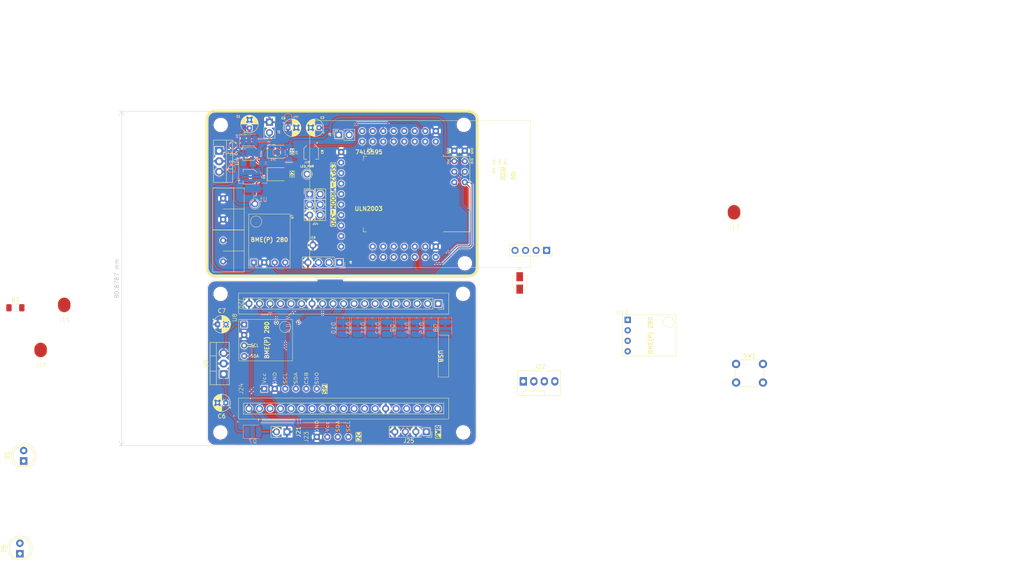
<source format=kicad_pcb>
(kicad_pcb (version 20240108) (generator "pcbnew") (generator_version "8.0")
  (layers (0 "F.Cu" signal) (31 "B.Cu" signal) (34 "B.Paste" user) (35 "F.Paste" user) (36 "B.SilkS" user "B.Silkscreen") (37 "F.SilkS" user "F.Silkscreen") (38 "B.Mask" user) (39 "F.Mask" user) (44 "Edge.Cuts" user))
  (net 0 "")
  (net 1 "GND")
  (net 2 "+3V3")
  (net 3 "+5V")
  (net 4 "/RXD")
  (net 5 "/TXD")
  (net 6 "/SDA")
  (net 7 "/GPIO_33")
  (net 8 "/SCL")
  (net 9 "/OUT3")
  (net 10 "/EN")
  (net 11 "/SOURCE2")
  (net 12 "/SOURCE1")
  (net 13 "/SOURCE3")
  (net 14 "/VDC")
  (net 15 "/DAC1")
  (net 16 "/DAC2")
  (net 17 "/GPIO39")
  (net 18 "/GPIO19")
  (net 19 "/GPIO17")
  (net 20 "/GPIO5")
  (net 21 "/GPIO18")
  (net 22 "/SD_DATA0")
  (net 23 "/ADC2_CH3")
  (net 24 "/SD_DATA3")
  (net 25 "/SD_CMD")
  (net 26 "/SD_CLK")
  (net 27 "/SD_DATA2")
  (net 28 "/SD_DATA1")
  (net 29 "/ADC2_CH0")
  (net 30 "/GPIO23")
  (net 31 "/GPIO36")
  (net 32 "/ADC2_CH2")
  (net 33 "/BOOT")
  (net 34 "/GPIO13")
  (net 35 "/SOURCE4")
  (net 36 "/SOURCE5")
  (net 37 "/SIPO_DATA")
  (net 38 "/SIPO_CLK")
  (net 39 "/SIPO_LATCH")
  (net 40 "/GPIO14")
  (net 41 "/OUT1")
  (net 42 "/VIN")
  (net 45 "Net-(D5-Pad1)")
  (net 46 "Net-(J15-Pin_1)")
  (net 47 "Net-(J19-Pin_1)")
  (net 48 "/OUT2")
  (net 60 "/RX")
  (net 65 "/TX")
  (net 76 "/SCL-2")
  (net 77 "/SDA-2")
  (net 80 "/12V")
  (net 82 "/QB-2")
  (net 83 "/QC-2")
  (net 84 "/QE-2")
  (net 85 "/QA-2")
  (net 86 "/QD-2")
  (net 87 "/QG-2")
  (net 88 "/QH-2")
  (net 89 "/QF-2")
  (net 90 "/SPI-SDO")
  (net 91 "/SPI-CSB")
  (net 92 "/SPI-SCL")
  (net 93 "/SPI-SDA")
  (net 94 "/D23")
  (net 95 "/D18")
  (footprint "Capacitor_THT:CP_Radial_D4.0mm_P2.00mm" (layer "F.Cu") (at 107 44.2 180)
    (property "Reference" "C2")
    (property "Value" "1uF")
  )
  (footprint "LED_SMD:LED_1210_3225Metric_Pad1.42x2.65mm_HandSolder" (layer "F.Cu") (at 97 55.45)
    (property "Reference" "D2")
    (property "Value" "STATUS")
  )
  (footprint "Capacitor_SMD:CP_Elec_3x5.3" (layer "F.Cu") (at 90.3 50.35 180)
    (property "Reference" "C4")
    (property "Value" "0.1uF")
  )
  (footprint "Resistor_SMD:R_1206_3216Metric_Pad1.30x1.75mm_HandSolder" (layer "F.Cu") (at 33.612 87.7585)
    (property "Reference" "R7")
    (property "Value" "4K7")
  )
  (footprint "LED_THT:LED_D5.0mm" (layer "F.Cu") (at 34.7 147.25 90)
    (property "Reference" "D6")
    (property "Value" "LED_STATUS")
  )
  (footprint "Button_Switch_THT:SW_PUSH_6mm" (layer "F.Cu") (at 207.8 101.35)
    (property "Reference" "SW1")
    (property "Value" "SW_Push")
  )
  (footprint "Connector:FanPinHeader_1x04_P2.54mm_Vertical" (layer "F.Cu") (at 156.38 105.55)
    (property "Reference" "J22")
    (property "Value" "Conn_01x04_Pin")
  )
  (footprint "Alexander Footprint Library:Pad_1x01_P2.54_SMD" (layer "F.Cu") (at 39.712 102.098)
    (property "Reference" "J19")
    (property "Value" "LED_PWR")
  )
  (footprint "Alexanddr Footprints Library:ESP32-WROOM-Adapter-Socket-2" (layer "F.Cu") (at 127.6 60.25 -90)
    (property "Reference" "J1")
    (property "Value" "~")
  )
  (footprint "Alexander Footprint Library:Pad_1x01_P2.54_SMD" (layer "F.Cu") (at 45.412 91.198)
    (property "Reference" "J15")
    (property "Value" "LED_PWR")
  )
  (footprint "MountingHole:MountingHole_3mm" (layer "F.Cu") (at 142 43.5)
    (property "Reference" "H1" (hide yes))
    (property "Value" "MountingHole_Pad")
  )
  (footprint "Connector_PinSocket_2.54mm:PinSocket_1x02_P2.54mm_Vertical" (layer "F.Cu") (at 99.25 117.775 -90)
    (property "Reference" "J21")
    (property "Value" "PWR")
  )
  (footprint "MountingHole:MountingHole_3mm" (layer "F.Cu") (at 83.25 43.53)
    (property "Reference" "H2" (hide yes))
    (property "Value" "MountingHole_Pad")
  )
  (footprint "Alexander Footprints Library:Conn_Terminal_5mm" (layer "F.Cu") (at 83.82 53.69)
    (property "Reference" "J9" (hide yes))
    (property "Value" "Conn_01x02_Socket")
  )
  (footprint "Alexander Footprint Library:Pad_1x01_P2.54_SMD" (layer "F.Cu") (at 207.3 68.7895)
    (property "Reference" "J17")
    (property "Value" "GND")
  )
  (footprint "MountingHole:MountingHole_3mm" (layer "F.Cu") (at 141.85 117.9)
    (property "Reference" "H4" (hide yes))
    (property "Value" "MountingHole_Pad")
  )
  (footprint "Capacitor_THT:CP_Radial_D4.0mm_P2.00mm" (layer "F.Cu") (at 82.5 91.75)
    (property "Reference" "C7")
    (property "Value" "1uF")
  )
  (footprint "Connector_PinSocket_2.54mm:PinSocket_1x04_P2.54mm_Vertical" (layer "F.Cu") (at 132.94 117.75 -90)
    (property "Reference" "J25")
    (property "Value" "PWR_SATA_Conn_01x04")
  )
  (footprint "Capacitor_SMD:CP_Elec_3x5.3" (layer "F.Cu") (at 90.4 56.05 180)
    (property "Reference" "C9")
    (property "Value" "0.1uF")
  )
  (footprint "Alexander Footprint Library:PinSocket_1x01_P2.54" (layer "F.Cu") (at 91.5 65.19)
    (property "Reference" "J7")
    (property "Value" "LED_PWR")
  )
  (footprint "Alexander Footprint Library:Conn_SPI" (layer "F.Cu") (at 88.68 107.35 90)
    (property "Reference" "J24")
    (property "Value" "~")
  )
  (footprint "Connector_PinSocket_2.54mm:PinSocket_1x02_P2.54mm_Vertical" (layer "F.Cu") (at 95.025 42.85)
    (property "Reference" "J2")
    (property "Value" "PWR")
  )
  (footprint "Connector_PinSocket_2.54mm:PinSocket_1x04_P2.54mm_Vertical" (layer "F.Cu") (at 111.94 76.8 -90)
    (property "Reference" "J6")
    (property "Value" "SOURCE")
  )
  (footprint "MountingHole:MountingHole_3mm" (layer "F.Cu") (at 83.15 117.9)
    (property "Reference" "H4" (hide yes))
    (property "Value" "MountingHole_Pad")
  )
  (footprint "Connector_PinSocket_2.54mm:PinSocket_1x04_P2.54mm_Vertical" (layer "F.Cu") (at 162 73.875 -90)
    (property "Reference" "J10" (hide yes))
    (property "Value" "ADC")
  )
  (footprint "Capacitor_SMD:CP_Elec_3x5.3" (layer "F.Cu") (at 155.5 81.75 90)
    (property "Reference" "C5")
    (property "Value" "0.1uF")
  )
  (footprint "MountingHole:MountingHole_3mm" (layer "F.Cu") (at 141.8 84.4)
    (property "Reference" "H4" (hide yes))
    (property "Value" "MountingHole_Pad")
  )
  (footprint "Capacitor_THT:CP_Radial_D4.0mm_P2.00mm" (layer "F.Cu") (at 99.5 44.2)
    (property "Reference" "C3")
    (property "Value" "1uF")
  )
  (footprint "Alexander Footprint Library:Conn_ESP32_WROOM-DevKit-38pins" (layer "F.Cu") (at 87.54 86.75 -90)
    (property "Reference" "J20")
    (property "Value" "~")
  )
  (footprint "Capacitor_SMD:CP_Elec_3x5.3" (layer "F.Cu") (at 105.1 50.05 -90)
    (property "Reference" "C8")
    (property "Value" "10uF")
  )
  (footprint "Alexander Footprint Library:LD1117" (layer "F.Cu") (at 83.945 103.79 90)
    (property "Reference" "U9")
    (property "Value" "L7805")
  )
  (footprint "Alexander Footprint Library:PinSocket_1x01_P2.54" (layer "F.Cu") (at 104.1 57.99)
    (property "Reference" "J18")
    (property "Value" "LED_PWR")
  )
  (footprint "Alexander Footprint Library:Conn_I2C" (layer "F.Cu") (at 98.84 119 90)
    (property "Reference" "J23")
    (property "Value" "I2C")
  )
  (footprint "Capacitor_THT:CP_Radial_D4.0mm_P2.00mm" (layer "F.Cu") (at 84.4726 110.75 180)
    (property "Reference" "C6")
    (property "Value" "1uF")
  )
  (footprint "Alexander Footprint Library:BME280_BMP280_I2C" (layer "F.Cu") (at 180.3 89.45)
    (property "Reference" "U10")
    (property "Value" "BME(P)280")
  )
  (footprint "MountingHole:MountingHole_3mm" (layer "F.Cu") (at 83.2 84.4)
    (property "Reference" "H4" (hide yes))
    (property "Value" "MountingHole_Pad")
  )
  (footprint "Connector_PinSocket_2.54mm:PinSocket_1x02_P2.54mm_Vertical" (layer "F.Cu") (at 111.75 45.925 90)
    (property "Reference" "J5")
    (property "Value" "DAC")
  )
  (footprint "Alexander Footprint Library:CONN_2x3" (layer "F.Cu") (at 104.74 55.17)
    (property "Reference" "J14")
    (property "Value" "GPIO")
  )
  (footprint "Alexander Footprints Library:Conn_UART" (layer "F.Cu") (at 139.7 42.15)
    (property "Reference" "J3" (hide yes))
    (property "Value" "UART")
  )
  (footprint "Alexander Footprint Library:PinSocket_1x01_P2.54" (layer "F.Cu") (at 105.5 75.19)
    (property "Reference" "J16")
    (property "Value" "GND")
  )
  (footprint "Capacitor_THT:CP_Radial_D4.0mm_P2.00mm" (layer "F.Cu") (at 90.2 44.3 90)
    (property "Reference" "C1")
    (property "Value" "1uF")
  )
  (footprint "Alexander Footprint Library:BME280_BMP280_I2C" (layer "F.Cu") (at 90 78.1 90)
    (property "Reference" "U7")
    (property "Value" "BME(P)280")
  )
  (footprint "Alexander Footprint Library:LD1117" (layer "F.Cu") (at 82.855 49.77 -90)
    (property "Reference" "U4")
    (property "Value" "L7805")
  )
  (footprint "Alexander Footprints Library:Conn_I2C" (layer "F.Cu") (at 142.24 42.15)
    (property "Reference" "J4" (hide yes))
    (property "Value" "I2C")
  )
  (footprint "LED_THT:LED_D5.0mm" (layer "F.Cu") (at 35.612 124.8335 90)
    (property "Reference" "D5")
    (property "Value" "LED_PWR")
  )
  (footprint "Alexander Footprint Library:BME280_BMP280_I2C" (layer "F.Cu") (at 87.6 90.59)
    (property "Reference" "U8")
    (property "Value" "BME(P)280")
  )
  (footprint "LED_SMD:LED_1210_3225Metric_Pad1.42x2.65mm_HandSolder" (layer "F.Cu") (at 97 50)
    (property "Reference" "D1")
    (property "Value" "PWR")
  )
  (footprint "MountingHole:MountingHole_3mm" (layer "F.Cu") (at 142.25 77)
    (property "Reference" "H4" (hide yes))
    (property "Value" "MountingHole_Pad")
  )
  (footprint "Alexander Footprints Library:Conn_Terminal_5mm" (layer "F.Cu") (at 83.82 63.85)
    (property "Reference" "J8" (hide yes))
    (property "Value" "Conn_01x02_Socket")
  )
  (footprint "TestPoint:TestPoint_Pad_D1.5mm" (layer "B.Cu") (at 99.5 41.75 180)
    (property "Reference" "TP4")
    (property "Value" "5V")
  )
  (footprint "LED_SMD:LED_1210_3225Metric_Pad1.42x2.65mm_HandSolder" (layer "B.Cu") (at 127.1 92.65 -90)
    (property "Reference" "D9")
    (property "Value" "PWR")
  )
  (footprint "TestPoint:TestPoint_Pad_D1.5mm" (layer "B.Cu") (at 96.8 50.15 180)
    (property "Reference" "TP3")
    (property "Value" "3V3")
  )
  (footprint "LED_SMD:LED_1210_3225Metric_Pad1.42x2.65mm_HandSolder" (layer "B.Cu") (at 119.9 92.65 -90)
    (property "Reference" "D11")
    (property "Value" "PWR")
  )
  (footprint "Diode_SMD:D_1210_3225Metric" (layer "B.Cu") (at 91 117.75)
    (property "Reference" "D7")
    (property "Value" "D")
  )
  (footprint "LED_SMD:LED_1210_3225Metric_Pad1.42x2.65mm_HandSolder" (layer "B.Cu") (at 134.1 92.65 -90)
    (property "Reference" "D15")
    (property "Value" "PWR")
  )
  (footprint "Resistor_SMD:R_1206_3216Metric_Pad1.30x1.75mm_HandSolder" (layer "B.Cu") (at 99.7 50.25 -90)
    (property "Reference" "R1")
    (property "Value" "10K")
  )
  (footprint "Diode_SMD:D_1210_3225Metric" (layer "B.Cu") (at 90.1 47.4)
    (property "Reference" "D4")
    (property "Value" "D")
  )
  (footprint "LED_SMD:LED_1210_3225Metric_Pad1.42x2.65mm_HandSolder" (layer "B.Cu") (at 130.6 92.65 -90)
    (property "Reference" "D14")
    (property "Value" "PWR")
  )
  (footprint "TestPoint:TestPoint_Pad_D1.5mm" (layer "B.Cu") (at 86.2 48.45 180)
    (property "Reference" "TP1")
    (property "Value" "VIN")
  )
  (footprint "LED_SMD:LED_1210_3225Metric_Pad1.42x2.65mm_HandSolder" (layer "B.Cu") (at 123.5 92.65 -90)
    (property "Reference" "D12")
    (property "Value" "PWR")
  )
  (footprint "TestPoint:TestPoint_Pad_D1.5mm" (layer "B.Cu") (at 85.9 54.15 180)
    (property "Reference" "TP2")
    (property "Value" "GND")
  )
  (footprint "LED_SMD:LED_1210_3225Metric_Pad1.42x2.65mm_HandSolder" (layer "B.Cu") (at 116.4 92.65 -90)
    (property "Reference" "D13")
    (property "Value" "PWR")
  )
  (footprint "LED_SMD:LED_1210_3225Metric_Pad1.42x2.65mm_HandSolder" (layer "B.Cu") (at 112.8 92.65 -90)
    (property "Reference" "D10")
    (property "Value" "PWR")
  )
  (footprint "Package_TO_SOT_SMD:SOT-223-3_TabPin2" (layer "B.Cu") (at 91 55.75 -90)
    (property "Reference" "U1")
    (property "Value" "MAX1726EUK33")
  )
  (footprint "LED_SMD:LED_1210_3225Metric_Pad1.42x2.65mm_HandSolder" (layer "B.Cu") (at 137.5 92.65 -90)
    (property "Reference" "D8")
    (property "Value" "PWR")
  )
  (gr_line (start 145.25 42.11421) (end 145.25 78.085782) (stroke (width 0.75)) (layer "F.SilkS"))
  (gr_line (start 81.914218 40.164218) (end 143.08579 40.164218) (stroke (width 0.75)) (layer "F.SilkS"))
  (gr_arc (start 145.25 78.085782) (mid 144.66422 79.500007) (end 143.25 80.085782) (stroke (width 0.75)) (layer "F.SilkS"))
  (gr_line (start 79.914218 42.11421) (end 79.914218 78.085782) (stroke (width 0.75)) (layer "F.SilkS"))
  (gr_arc (start 81.914218 80.085782) (mid 80.499999 79.500001) (end 79.914218 78.085782) (stroke (width 0.75)) (layer "F.SilkS"))
  (gr_arc (start 143.25 40.25) (mid 144.664214 40.835786) (end 145.25 42.25) (stroke (width 0.75)) (layer "F.SilkS"))
  (gr_arc (start 79.914218 42.164218) (mid 80.499999 40.749999) (end 81.914218 40.164218) (stroke (width 0.75)) (layer "F.SilkS"))
  (gr_line (start 81.914214 80.085782) (end 143.085786 80.085782) (stroke (width 0.75)) (layer "F.SilkS"))
  (gr_line (start 82.014214 80.235786) (end 106.4 80.25) (stroke (width 0.1)) (layer "Edge.Cuts"))
  (gr_line (start 80 42.25) (end 80.014214 78.235786) (stroke (width 0.1)) (layer "Edge.Cuts"))
  (gr_arc (start 79.921321 83.157107) (mid 80.507106 81.742896) (end 81.921321 81.157107) (stroke (width 0.1)) (layer "Edge.Cuts"))
  (gr_line (start 81.921321 121.128679) (end 143.107107 121.142893) (stroke (width 0.1)) (layer "Edge.Cuts"))
  (gr_arc (start 81.921321 121.128679) (mid 80.507101 120.542899) (end 79.921321 119.128679) (stroke (width 0.1)) (layer "Edge.Cuts"))
  (gr_line (start 143.092893 81.157107) (end 113 81.15) (stroke (width 0.1)) (layer "Edge.Cuts"))
  (gr_arc (start 145.107107 119.142893) (mid 144.521321 120.557107) (end 143.107107 121.142893) (stroke (width 0.1)) (layer "Edge.Cuts"))
  (gr_line (start 106.4 81.15) (end 81.921321 81.157107) (stroke (width 0.1)) (layer "Edge.Cuts"))
  (gr_arc (start 143.185786 40.264214) (mid 144.600004 40.849996) (end 145.185786 42.264214) (stroke (width 0.1)) (layer "Edge.Cuts"))
  (gr_line (start 113 80.25) (end 143.185786 80.235786) (stroke (width 0.1)) (layer "Edge.Cuts"))
  (gr_arc (start 82.014214 80.235786) (mid 80.599996 79.650004) (end 80.014214 78.235786) (stroke (width 0.1)) (layer "Edge.Cuts"))
  (gr_line (start 145.185786 42.264214) (end 145.185786 78.235786) (stroke (width 0.1)) (layer "Edge.Cuts"))
  (gr_arc (start 80 42.25) (mid 80.585786 40.835786) (end 82 40.25) (stroke (width 0.1)) (layer "Edge.Cuts"))
  (gr_line (start 145.107107 119.142893) (end 145.092893 83.157107) (stroke (width 0.1)) (layer "Edge.Cuts"))
  (gr_line (start 79.921321 119.128679) (end 79.921321 83.157107) (stroke (width 0.1)) (layer "Edge.Cuts"))
  (gr_line (start 106.4 81.15) (end 106.4 80.25) (stroke (width 0.1)) (layer "Edge.Cuts"))
  (gr_arc (start 145.185786 78.235786) (mid 144.600004 79.650004) (end 143.185786 80.235786) (stroke (width 0.1)) (layer "Edge.Cuts"))
  (gr_arc (start 143.092893 81.157107) (mid 144.507112 81.742888) (end 145.092893 83.157107) (stroke (width 0.1)) (layer "Edge.Cuts"))
  (gr_line (start 113 81.15) (end 113 80.25) (stroke (width 0.1)) (layer "Edge.Cuts"))
  (gr_line (start 143.185786 40.264214) (end 82 40.25) (stroke (width 0.1)) (layer "Edge.Cuts"))
  (gr_text "SCL" (at 90.4 96.85 0) (layer "F.SilkS") (effects (font (size 0.7 0.7) (thickness 0.125) (bold yes)) (justify left)))
  (gr_text "SDA" (at 90.4 99.45 0) (layer "F.SilkS") (effects (font (size 0.7 0.7) (thickness 0.125) (bold yes)) (justify left)))
  (gr_text "PWR" (at 136.4 119.55 90) (layer "F.SilkS" knockout) (effects (font (size 1 1) (thickness 0.25) (bold yes)) (justify left bottom)))
  (gr_text "74LS595" (at 119.057143 50.1 0) (layer "F.SilkS") (effects (font (size 1 1) (thickness 0.2) (bold yes))))
  (gr_text "ULN2003" (at 115.5 64.374 0) (layer "F.SilkS") (effects (font (size 1 1) (thickness 0.2) (bold yes)) (justify left bottom)))
  (dimension (type aligned) (layer "Edge.Cuts") (pts (xy 81.921321 121.128679) (xy 82 40.25)) (height -22.6907) (gr_text "80.8787 mm" (at 58.119973 80.666146 89.94426182) (layer "Edge.Cuts") (effects (font (size 1 1) (thickness 0.15)))) (format (prefix "") (suffix "") (units 3) (units_format 1) (precision 4)) (style (thickness 0.1) (arrow_length 1.27) (text_position_mode 0) (extension_height 0.58642) (extension_offset 0.5) keep_text_aligned))
  (segment (start 84.21 66) (end 83.82 66.39) (width 0.5) (layer "F.Cu") (net 1))
  (segment (start 95.5 54.8625) (end 95.5125 54.85) (width 0.25) (layer "F.Cu") (net 1))
  (segment (start 95.5 55.4625) (end 95.5125 55.45) (width 0.25) (layer "F.Cu") (net 1))
  (segment (start 91.5 59.65) (end 91.9 59.25) (width 0.5) (layer "F.Cu") (net 2))
  (segment (start 90.08 108.57) (end 90.08 112.15) (width 0.5) (layer "F.Cu") (net 2))
  (segment (start 91.3 107.35) (end 90.08 108.57) (width 0.5) (layer "F.Cu") (net 2))
  (segment (start 91.9 59.25) (end 91.9 56.05) (width 0.5) (layer "F.Cu") (net 2))
  (segment (start 93.76 107.35) (end 91.3 107.35) (width 0.5) (layer "F.Cu") (net 2))
  (segment (start 91.5 62.62) (end 91.5 59.65) (width 0.5) (layer "F.Cu") (net 2))
  (segment (start 98.4875 50) (end 101.05 50) (width 0.5) (layer "F.Cu") (net 2))
  (segment (start 102.5 48.55) (end 105.1 48.55) (width 0.5) (layer "F.Cu") (net 2))
  (segment (start 101.05 50) (end 102.5 48.55) (width 0.5) (layer "F.Cu") (net 2))
  (segment (start 96.075 48.7) (end 97.525 48.7) (width 0.5) (layer "B.Cu") (net 2))
  (segment (start 109.408578 44.2) (end 107 44.2) (width 0.5) (layer "B.Cu") (net 2))
  (segment (start 93.21 115.25) (end 101 115.25) (width 0.5) (layer "B.Cu") (net 2))
  (segment (start 81.3 75.997918) (end 81.3 59.75104) (width 0.5) (layer "B.Cu") (net 2))
  (segment (start 93.3 54.905025) (end 93.3 52.6) (width 0.5) (layer "B.Cu") (net 2))
  (segment (start 100 48.7) (end 100 48.03033) (width 0.5) (layer "B.Cu") (net 2))
  (segment (start 139.13 52.31) (end 139.7 52.31) (width 0.5) (layer "B.Cu") (net 2))
  (segment (start 138.156949 51.906949) (end 138.03 51.78) (width 0.5) (layer "B.Cu") (net 2))
  (segment (start 109 117.5) (end 109 119) (width 0.5) (layer "B.Cu") (net 2))
  (segment (start 84.202081 78.9) (end 89.990883 78.9) (width 0.5) (layer "B.Cu") (net 2))
  (segment (start 109.75 45) (end 109.75 44.141421) (width 0.5) (layer "B.Cu") (net 2))
  (segment (start 109.75 43.858578) (end 109.75 44.141421) (width 0.5) (layer "B.Cu") (net 2))
  (segment (start 104.722182 46.75) (end 106.277817 46.75) (width 0.5) (layer "B.Cu") (net 2))
  (segment (start 139.7 52.31) (end 142.24 52.31) (width 0.5) (layer "B.Cu") (net 2))
  (segment (start 137.5 50.500466) (end 137.5 43.883883) (width 0.5) (layer "B.Cu") (net 2))
  (segment (start 88.207106 62.75) (end 91.5 62.75) (width 0.5) (layer "B.Cu") (net 2))
  (segment (start 86.5 61.042893) (end 86.5 57.5) (width 0.5) (layer "B.Cu") (net 2))
  (segment (start 106.277817 46.75) (end 108 46.75) (width 0.5) (layer "B.Cu") (net 2))
  (segment (start 101 115.25) (end 102.5 116.75) (width 0.5) (layer "B.Cu") (net 2))
  (segment (start 91.22 77.670883) (end 91.22 76.8) (width 0.5) (layer "B.Cu") (net 2))
  (segment (start 89.455634 56.1) (end 92.105025 56.1) (width 0.5) (layer "B.Cu") (net 2))
  (segment (start 96.075 48.7) (end 95.177817 48.7) (width 0.5) (layer "B.Cu") (net 2))
  (segment (start 90.11 112.15) (end 93.21 115.25) (width 0.5) (layer "B.Cu") (net 2))
  (segment (start 108.25 116.75) (end 109 117.5) (width 0.5) (layer "B.Cu") (net 2))
  (segment (start 104.722182 46.75) (end 101.28033 46.75) (width 0.5) (layer "B.Cu") (net 2))
  (segment (start 108 46.75) (end 109.75 45) (width 0.5) (layer "B.Cu") (net 2))
  (segment (start 96.8 49.425) (end 96.8 50.15) (width 0.25) (layer "B.Cu") (net 2))
  (segment (start 109.75 43.625) (end 109.75 43.858578) (width 0.5) (layer "B.Cu") (net 2))
  (segment (start 110.015165 42.984834) (end 110.5 42.5) (width 0.5) (layer "B.Cu") (net 2))
  (segment (start 93.3 52.6) (end 93.3 50.577817) (width 0.5) (layer "B.Cu") (net 2))
  (segment (start 82.75104 58.3) (end 84.144365 58.3) (width 0.5) (layer "B.Cu") (net 2))
  (segment (start 102.5 116.75) (end 108.25 116.75) (width 0.5) (layer "B.Cu") (net 2))
  (segment (start 112.31066 41.75) (end 135.366116 41.75) (width 0.5) (layer "B.Cu") (net 2))
  (segment (start 100 48.7) (end 97.525 48.7) (width 0.5) (layer "B.Cu") (net 2))
  (arc (start 136.875 42.375) (mid 137.337567 43.067281) (end 137.5 43.883883) (width 0.5) (layer "B.Cu") (net 2))
  (arc (start 137.5 50.500466) (mid 137.637742 51.192944) (end 138.03 51.78) (width 0.5) (layer "B.Cu") (net 2))
  (arc (start 93.3 54.905025) (mid 93.209037 55.362322) (end 92.95 55.75) (width 0.5) (layer "B.Cu") (net 2))
  (arc (start 86.8 57.2) (mid 85.581584 58.014119) (end 84.144365 58.3) (width 0.5) (layer "B.Cu") (net 2))
  (arc (start 89.455634 56.1) (mid 88.018415 56.38588) (end 86.8 57.2) (width 0.5) (layer "B.Cu") (net 2))
  (arc (start 86.5 61.042893) (mid 86.629945 61.696174) (end 87 62.25) (width 0.5) (layer "B.Cu") (net 2))
  (arc (start 82.75104 58.3) (mid 82.195751 58.410453) (end 81.725 58.725) (width 0.5) (layer "B.Cu") (net 2))
  (arc (start 92.95 55.75) (mid 92.562322 56.009037) (end 92.105025 56.1) (width 0.5) (layer "B.Cu") (net 2))
  (arc (start 95.177817 48.7) (mid 94.459207 48.84294) (end 93.85 49.25) (width 0.5) (layer "B.Cu") (net 2))
  (arc (start 96.8 49.425) (mid 96.587652 48.912347) (end 96.075 48.7) (width 0.25) (layer "B.Cu") (net 2))
  (arc (start 82.15 78.05) (mid 83.091502 78.679092) (end 84.202081 78.9) (width 0.5) (layer "B.Cu") (net 2))
  (arc (start 110.015165 42.984834) (mid 109.818914 43.278544) (end 109.75 43.625) (width 0.5) (layer "B.Cu") (net 2))
  (arc (start 109.75 44.141421) (mid 109.713838 44.087301) (end 109.65 44.1) (width 0.5) (layer "B.Cu") (net 2))
  (arc (start 136.875 42.375) (mid 136.182718 41.912432) (end 135.366116 41.75) (width 0.5) (layer "B.Cu") (net 2))
  (arc (start 93.85 49.25) (mid 93.44294 49.859207) (end 93.3 50.577817) (width 0.5) (layer "B.Cu") (net 2))
  (arc (start 90.86 78.54) (mid 90.461245 78.806439) (end 89.990883 78.9) (width 0.5) (layer "B.Cu") (net 2))
  (arc (start 109.65 44.1) (mid 109.539234 44.17401) (end 109.408578 44.2) (width 0.5) (layer "B.Cu") (net 2))
  (arc (start 87 62.25) (mid 87.553825 62.620054) (end 88.207106 62.75) (width 0.5) (layer "B.Cu") (net 2))
  (arc (start 81.725 58.725) (mid 81.410453 59.195751) (end 81.3 59.75104) (width 0.5) (layer "B.Cu") (net 2))
  (arc (start 138.156949 51.906949) (mid 138.603388 52.20525) (end 139.13 52.31) (width 0.5) (layer "B.Cu") (net 2))
  (arc (start 101.28033 46.75) (mid 100.790368 46.847459) (end 100.375 47.125) (width 0.5) (layer "B.Cu") (net 2))
  (arc (start 91.22 77.670883) (mid 91.126439 78.141245) (end 90.86 78.54) (width 0.5) (layer "B.Cu") (net 2))
  (arc (start 109.65 44.1) (mid 109.72401 43.989234) (end 109.75 43.858578) (width 0.5) (layer "B.Cu") (net 2))
  (arc (start 112.31066 41.75) (mid 111.330737 41.944918) (end 110.5 42.5) (width 0.5) (layer "B.Cu") (net 2))
  (arc (start 100.375 47.125) (mid 100.097459 47.540368) (end 100 48.03033) (width 0.5) (layer "B.Cu") (net 2))
  (arc (start 81.3 75.997918) (mid 81.520907 77.108496) (end 82.15 78.05) (width 0.5) (layer "B.Cu") (net 2))
  (segment (start 99.5 45.693413) (end 99.5 44.2) (width 0.5) (layer "F.Cu") (net 3))
  (segment (start 98.6375 46.9625) (end 99.2125 46.3875) (width 0.5) (layer "F.Cu") (net 3))
  (segment (start 83.945 98.71) (end 86.21 98.71) (width 0.5) (layer "F.Cu") (net 3))
  (segment (start 86.75 99.25) (end 86.75 100) (width 0.5) (layer "F.Cu") (net 3))
  (segment (start 127.86 116.39) (end 129 115.25) (width 0.5) (layer "F.Cu") (net 3))
  (segment (start 129 115.25) (end 135.25 115.25) (width 0.5) (layer "F.Cu") (net 3))
  (segment (start 135.81 114.69) (end 135.81 112.15) (width 0.5) (layer "F.Cu") (net 3))
  (segment (start 86.75 114.25) (end 87.75 115.25) (width 0.5) (layer "F.Cu") (net 3))
  (segment (start 86.75 100) (end 86.75 114.25) (width 0.5) (layer "F.Cu") (net 3))
  (segment (start 88.1 47.25) (end 97.943413 47.25) (width 0.5) (layer "F.Cu") (net 3))
  (segment (start 84.9 54.85) (end 85.4 54.35) (width 0.5) (layer "F.Cu") (net 3))
  (segment (start 85.4 54.35) (end 85.4 49.95) (width 0.5) (layer "F.Cu") (net 3))
  (segment (start 127.86 118.65) (end 127.86 116.39) (width 0.5) (layer "F.Cu") (net 3))
  (segment (start 86.21 98.71) (end 86.75 99.25) (width 0.5) (layer "F.Cu") (net 3))
  (segment (start 135.25 115.25) (end 135.81 114.69) (width 0.5) (layer "F.Cu") (net 3))
  (segment (start 82.855 54.85) (end 84.9 54.85) (width 0.5) (layer "F.Cu") (net 3))
  (segment (start 85.4 49.95) (end 88.1 47.25) (width 0.5) (layer "F.Cu") (net 3))
  (segment (start 87.75 115.25) (end 129 115.25) (width 0.5) (layer "F.Cu") (net 3))
  (arc (start 97.943413 47.25) (mid 98.31905 47.175281) (end 98.6375 46.9625) (width 0.5) (layer "F.Cu") (net 3))
  (arc (start 99.5 45.693413) (mid 99.425281 46.06905) (end 99.2125 46.3875) (width 0.5) (layer "F.Cu") (net 3))
  (segment (start 83.945 97.305) (end 84.5 96.75) (width 0.5) (layer "B.Cu") (net 3))
  (segment (start 84.5 94.05) (end 84.5 91.75) (width 0.5) (layer "B.Cu") (net 3))
  (segment (start 88.9 91.81) (end 86.74 91.81) (width 0.5) (layer "B.Cu") (net 3))
  (segment (start 83.945 98.71) (end 83.945 97.305) (width 0.5) (layer "B.Cu") (net 3))
  (segment (start 86.74 91.81) (end 84.5 94.05) (width 0.5) (layer "B.Cu") (net 3))
  (segment (start 84.5 96.75) (end 84.5 94.05) (width 0.5) (layer "B.Cu") (net 3))
  (segment (start 99.5 42.25) (end 99.5 44.2) (width 0.25) (layer "B.Cu") (net 3))
  (segment (start 139.7 57.35) (end 139.7 57.39) (width 0.25) (layer "F.Cu") (net 4))
  (segment (start 140.3 57.45) (end 139.3 57.45) (width 0.25) (layer "F.Cu") (net 4))
  (segment (start 142.918198 72.331802) (end 140.231802 72.331802) (width 0.25) (layer "B.Cu") (net 4))
  (segment (start 131.4 77.75) (end 131.4 74.21) (width 0.25) (layer "B.Cu") (net 4))
  (segment (start 131.8 78.15) (end 131.4 77.75) (width 0.25) (layer "B.Cu") (net 4))
  (segment (start 131.4 74.21) (end 130.14 72.95) (width 0.25) (layer "B.Cu") (net 4))
  (segment (start 140.231802 72.331802) (end 134.413604 78.15) (width 0.25) (layer "B.Cu") (net 4))
  (segment (start 134.413604 78.15) (end 131.8 78.15) (width 0.25) (layer "B.Cu") (net 4))
  (segment (start 139.7 57.39) (end 141.34 59.03) (width 0.25) (layer "B.Cu") (net 4))
  (segment (start 141.34 59.03) (end 141.34 62.876396) (width 0.25) (layer "B.Cu") (net 4))
  (segment (start 143.1 64.636396) (end 143.1 72.15) (width 0.25) (layer "B.Cu") (net 4))
  (segment (start 143.1 72.15) (end 142.918198 72.331802) (width 0.25) (layer "B.Cu") (net 4))
  (segment (start 141.34 62.876396) (end 143.1 64.636396) (width 0.25) (layer "B.Cu") (net 4))
  (segment (start 143.4 73.25) (end 140.7 73.25) (width 0.25) (layer "F.Cu") (net 5))
  (segment (start 143.453 56.303) (end 144 56.85) (width 0.25) (layer "F.Cu") (net 5))
  (segment (start 144 56.85) (end 144 72.65) (width 0.25) (layer "F.Cu") (net 5))
  (segment (start 139.7 54.85) (end 141.153 56.303) (width 0.25) (layer "F.Cu") (net 5))
  (segment (start 141.153 56.303) (end 143.453 56.303) (width 0.25) (layer "F.Cu") (net 5))
  (segment (start 144 72.65) (end 143.4 73.25) (width 0.25) (layer "F.Cu") (net 5))
  (segment (start 136.9 77.05) (end 134.2 77.05) (width 0.25) (layer "F.Cu") (net 5))
  (segment (start 134.2 77.05) (end 132.68 75.53) (width 0.25) (layer "F.Cu") (net 5))
  (segment (start 140.7 73.25) (end 136.9 77.05) (width 0.25) (layer "F.Cu") (net 5))
  (segment (start 132.68 75.53) (end 132.68 75.49) (width 0.25) (layer "F.Cu") (net 5))
  (segment (start 139.7 54.85) (end 139.5 54.85) (width 0.25) (layer "F.Cu") (net 5))
  (segment (start 142.24 54.85) (end 142.24 55.51) (width 0.25) (layer "F.Cu") (net 6))
  (segment (start 130.14 75.49) (end 130.14 78.09) (width 0.25) (layer "B.Cu") (net 6))
  (segment (start 141.79 58.74) (end 141 57.95) (width 0.25) (layer "B.Cu") (net 6))
  (segment (start 140.418198 72.781802) (end 143.281802 72.781802) (width 0.25) (layer "B.Cu") (net 6))
  (segment (start 98.84 76.8) (end 98.84 78.09) (width 0.25) (layer "B.Cu") (net 6))
  (segment (start 130.14 78.09) (end 130.7 78.65) (width 0.25) (layer "B.Cu") (net 6))
  (segment (start 143.55 64.45) (end 141.79 62.69) (width 0.25) (layer "B.Cu") (net 6))
  (segment (start 134.55 78.65) (end 140.418198 72.781802) (width 0.25) (layer "B.Cu") (net 6))
  (segment (start 141.79 62.69) (end 141.79 58.74) (width 0.25) (layer "B.Cu") (net 6))
  (segment (start 99.4 78.65) (end 130.7 78.65) (width 0.25) (layer "B.Cu") (net 6))
  (segment (start 141 56.09) (end 142.24 54.85) (width 0.25) (layer "B.Cu") (net 6))
  (segment (start 130.7 78.65) (end 134.55 78.65) (width 0.25) (layer "B.Cu") (net 6))
  (segment (start 98.84 78.09) (end 99.4 78.65) (width 0.25) (layer "B.Cu") (net 6))
  (segment (start 143.281802 72.781802) (end 143.55 72.513604) (width 0.25) (layer "B.Cu") (net 6))
  (segment (start 143.55 72.513604) (end 143.55 64.45) (width 0.25) (layer "B.Cu") (net 6))
  (segment (start 141 57.95) (end 141 56.09) (width 0.25) (layer "B.Cu") (net 6))
  (segment (start 143.231802 72.781802) (end 140.368198 72.781802) (width 0.25) (layer "F.Cu") (net 8))
  (segment (start 133.98 74.25) (end 132.68 72.95) (width 0.25) (layer "F.Cu") (net 8))
  (segment (start 143.5 72.513604) (end 143.231802 72.781802) (width 0.25) (layer "F.Cu") (net 8))
  (segment (start 142.24 57.39) (end 143.5 58.65) (width 0.25) (layer "F.Cu") (net 8))
  (segment (start 140.368198 72.781802) (end 138.9 74.25) (width 0.25) (layer "F.Cu") (net 8))
  (segment (start 143.5 58.65) (end 143.5 72.513604) (width 0.25) (layer "F.Cu") (net 8))
  (segment (start 138.9 74.25) (end 133.98 74.25) (width 0.25) (layer "F.Cu") (net 8))
  (segment (start 140.6 73.3) (end 143.4 73.3) (width 0.25) (layer "B.Cu") (net 8))
  (segment (start 144 72.7) (end 144 57.95) (width 0.25) (layer "B.Cu") (net 8))
  (segment (start 144 57.95) (end 143.44 57.39) (width 0.25) (layer "B.Cu") (net 8))
  (segment (start 96.3 78.45) (end 96.95 79.1) (width 0.25) (layer "B.Cu") (net 8))
  (segment (start 96.95 79.1) (end 134.8 79.1) (width 0.25) (layer "B.Cu") (net 8))
  (segment (start 143.44 57.39) (end 142.24 57.39) (width 0.25) (layer "B.Cu") (net 8))
  (segment (start 134.8 79.1) (end 140.6 73.3) (width 0.25) (layer "B.Cu") (net 8))
  (segment (start 143.4 73.3) (end 144 72.7) (width 0.25) (layer "B.Cu") (net 8))
  (segment (start 96.3 76.8) (end 96.3 78.45) (width 0.25) (layer "B.Cu") (net 8))
  (segment (start 91.8 52.25) (end 92.3 52.75) (width 0.25) (layer "F.Cu") (net 10))
  (segment (start 92.3 52.75) (end 103.27 52.75) (width 0.25) (layer "F.Cu") (net 10))
  (segment (start 91.8 50.35) (end 91.8 52.25) (width 0.25) (layer "F.Cu") (net 10))
  (segment (start 116.3 42.95) (end 115.9 43.35) (width 0.25) (layer "B.Cu") (net 10))
  (segment (start 115.262749 48.487251) (end 104.762749 48.487251) (width 0.25) (layer "B.Cu") (net 10))
  (segment (start 115.9 43.35) (end 115.9 47.85) (width 0.25) (layer "B.Cu") (net 10))
  (segment (start 115.9 47.85) (end 115.262749 48.487251) (width 0.25) (layer "B.Cu") (net 10))
  (segment (start 101.45 51.8) (end 99.7 51.8) (width 0.25) (layer "B.Cu") (net 10))
  (segment (start 130.62 42.95) (end 116.3 42.95) (width 0.25) (layer "B.Cu") (net 10))
  (segment (start 132.68 45.01) (end 130.62 42.95) (width 0.25) (layer "B.Cu") (net 10))
  (segment (start 86.37 71.47) (end 88 73.1) (width 0.5) (layer "F.Cu") (net 11))
  (segment (start 88 73.1) (end 99 73.1) (width 0.5) (layer "F.Cu") (net 11))
  (segment (start 83.82 71.47) (end 86.37 71.47) (width 0.5) (layer "F.Cu") (net 11))
  (segment (start 86.275 76.55) (end 88.075 74.75) (width 0.5) (layer "F.Cu") (net 12))
  (segment (start 83.82 76.55) (end 86.275 76.55) (width 0.5) (layer "F.Cu") (net 12))
  (segment (start 88.075 74.75) (end 99.75 74.75) (width 0.5) (layer "F.Cu") (net 12))
  (segment (start 96.71 117.775) (end 92.425 117.775) (width 0.5) (layer "B.Cu") (net 14))
  (segment (start 92.425 117.775) (end 92.4 117.75) (width 0.5) (layer "B.Cu") (net 14))
  (segment (start 95.025 46.674479) (end 95.025 45.39) (width 0.5) (layer "B.Cu") (net 14))
  (segment (start 94.299479 47.4) (end 91.5 47.4) (width 0.5) (layer "B.Cu") (net 14))
  (arc (start 95.025 46.674479) (mid 94.969773 46.952124) (end 94.8125 47.1875) (width 0.5) (layer "B.Cu") (net 14))
  (arc (start 94.8125 47.1875) (mid 94.577124 47.344773) (end 94.299479 47.4) (width 0.5) (layer "B.Cu") (net 14))
  (segment (start 112.25 43) (end 111.75 43.5) (width 0.25) (layer "F.Cu") (net 15))
  (segment (start 123.8 43.35) (end 123.45 43) (width 0.25) (layer "F.Cu") (net 15))
  (segment (start 125.06 47.55) (end 123.8 46.29) (width 0.25) (layer "F.Cu") (net 15))
  (segment (start 123.8 46.29) (end 123.8 43.35) (width 0.25) (layer "F.Cu") (net 15))
  (segment (start 111.75 43.5) (end 111.75 45.925) (width 0.25) (layer "F.Cu") (net 15))
  (segment (start 123.45 43) (end 112.25 43) (width 0.25) (layer "F.Cu") (net 15))
  (segment (start 114.8 43.45) (end 122.2 43.45) (width 0.25) (layer "F.Cu") (net 16))
  (segment (start 114.29 45.925) (end 114.29 43.96) (width 0.25) (layer "F.Cu") (net 16))
  (segment (start 122.52 43.77) (end 122.52 45.01) (width 0.25) (layer "F.Cu") (net 16))
  (segment (start 114.29 43.96) (end 114.8 43.45) (width 0.25) (layer "F.Cu") (net 16))
  (segment (start 122.2 43.45) (end 122.52 43.77) (width 0.25) (layer "F.Cu") (net 16))
  (segment (start 127.5 73.6) (end 128.2 72.9) (width 0.25) (layer "F.Cu") (net 21))
  (segment (start 89.5 46.25) (end 87.71 46.25) (width 0.5) (layer "F.Cu") (net 42))
  (segment (start 87.71 46.25) (end 84.19 49.77) (width 0.5) (layer "F.Cu") (net 42))
  (segment (start 90.2 45.55) (end 89.5 46.25) (width 0.5) (layer "F.Cu") (net 42))
  (segment (start 84.19 49.77) (end 82.855 49.77) (width 0.5) (layer "F.Cu") (net 42))
  (segment (start 90.2 44.3) (end 90.2 45.55) (width 0.5) (layer "F.Cu") (net 42))
  (segment (start 88.7 50.546446) (end 88.7 51.253553) (width 0.5) (layer "B.Cu") (net 42))
  (segment (start 84.4726 112.4726) (end 84.4726 109.5) (width 0.5) (layer "B.Cu") (net 42))
  (segment (start 88.7 45.153553) (end 88.7 47.4) (width 0.5) (layer "B.Cu") (net 42))
  (segment (start 86.2 49.11) (end 86.2 48.45) (width 0.25) (layer "B.Cu") (net 42))
  (segment (start 88.45 50.65) (end 88.2 50.4) (width 0.5) (layer "B.Cu") (net 42))
  (segment (start 88.7 50.546446) (end 88.7 47.4) (width 0.5) (layer "B.Cu") (net 42))
  (segment (start 84.4726 107.0826) (end 83.945 106.555) (width 0.5) (layer "B.Cu") (net 42))
  (segment (start 83.945 106.555) (end 83.945 103.79) (width 0.5) (layer "B.Cu") (net 42))
  (segment (start 88.45 50.65) (end 88.054368 50.254368) (width 0.5) (layer "B.Cu") (net 42))
  (segment (start 87.5 117.75) (end 87 117.25) (width 0.5) (layer "B.Cu") (net 42))
  (segment (start 89.553553 44.3) (end 90.2 44.3) (width 0.5) (layer "B.Cu") (net 42))
  (segment (start 84.4726 109.5) (end 84.4726 107.0826) (width 0.5) (layer "B.Cu") (net 42))
  (segment (start 88.7 51.253553) (end 88.7 52.6) (width 0.5) (layer "B.Cu") (net 42))
  (segment (start 89.6 117.75) (end 87.5 117.75) (width 0.5) (layer "B.Cu") (net 42))
  (segment (start 87 117.25) (end 87 115) (width 0.5) (layer "B.Cu") (net 42))
  (segment (start 87 115) (end 84.4726 112.4726) (width 0.5) (layer "B.Cu") (net 42))
  (segment (start 86.86 49.77) (end 85.54 49.77) (width 0.5) (layer "B.Cu") (net 42))
  (segment (start 86.885 49.77) (end 86.86 49.77) (width 0.5) (layer "B.Cu") (net 42))
  (segment (start 85.54 49.77) (end 82.855 49.77) (width 0.5) (layer "B.Cu") (net 42))
  (arc (start 89.553553 44.3) (mid 89.226912 44.364972) (end 88.95 44.55) (width 0.5) (layer "B.Cu") (net 42))
  (arc (start 86.2 49.11) (mid 86.393309 49.57669) (end 86.86 49.77) (width 0.25) (layer "B.Cu") (net 42))
  (arc (start 88.7 51.253553) (mid 88.635027 50.926912) (end 88.45 50.65) (width 0.5) (layer "B.Cu") (net 42))
  (arc (start 88.45 50.65) (mid 88.45 50.65) (end 88.45 50.65) (width 0.5) (layer "B.Cu") (net 42))
  (arc (start 88.45 50.65) (mid 88.609596 50.681745) (end 88.7 50.546446) (width 0.5) (layer "B.Cu") (net 42))
  (arc (start 88.054368 50.254368) (mid 87.517857 49.895883) (end 86.885 49.77) (width 0.5) (layer "B.Cu") (net 42))
  (arc (start 88.95 44.55) (mid 88.764972 44.826912) (end 88.7 45.153553) (width 0.5) (layer "B.Cu") (net 42))
  (segment (start 90.56 96.89) (end 88.9 96.89) (width 0.25) (layer "F.Cu") (net 76))
  (segment (start 92.413604 89.7) (end 90.9 91.213604) (width 0.25) (layer "F.Cu") (net 76))
  (segment (start 95.16 86.75) (end 95.16 89.19) (width 0.25) (layer "F.Cu") (net 76))
  (segment (start 90.9 91.213604) (end 90.9 96.55) (width 0.25) (layer "F.Cu") (net 76))
  (segment (start 95.19 86.75) (end 95.16 86.75) (width 0.25) (layer "F.Cu") (net 76))
  (segment (start 90.9 96.55) (end 90.56 96.89) (width 0.25) (layer "F.Cu") (net 76))
  (segment (start 94.65 89.7) (end 92.413604 89.7) (width 0.25) (layer "F.Cu") (net 76))
  (segment (start 95.16 89.19) (end 94.65 89.7) (width 0.25) (layer "F.Cu") (net 76))
  (segment (start 96.5 110.65) (end 96.5 113.425) (width 0.25) (layer "B.Cu") (net 76))
  (segment (start 96.5 113.425) (end 97.3 114.225) (width 0.25) (layer "B.Cu") (net 76))
  (segment (start 90.54 96.89) (end 90.9 97.25) (width 0.25) (layer "B.Cu") (net 76))
  (segment (start 102.975 115.725) (end 113.175 115.725) (width 0.25) (layer "B.Cu") (net 76))
  (segment (start 88.9 96.89) (end 90.54 96.89) (width 0.25) (layer "B.Cu") (net 76))
  (segment (start 95.4 109.55) (end 96.5 110.65) (width 0.25) (layer "B.Cu") (net 76))
  (segment (start 91.3 109.55) (end 95.4 109.55) (width 0.25) (layer "B.Cu") (net 76))
  (segment (start 97.3 114.225) (end 101.475 114.225) (width 0.25) (layer "B.Cu") (net 76))
  (segment (start 90.9 97.25) (end 90.9 109.15) (width 0.25) (layer "B.Cu") (net 76))
  (segment (start 101.475 114.225) (end 102.975 115.725) (width 0.25) (layer "B.Cu") (net 76))
  (segment (start 114.08 116.63) (end 114.08 119) (width 0.25) (layer "B.Cu") (net 76))
  (segment (start 113.175 115.725) (end 114.08 116.63) (width 0.25) (layer "B.Cu") (net 76))
  (segment (start 90.9 109.15) (end 91.3 109.55) (width 0.25) (layer "B.Cu") (net 76))
  (segment (start 90.6 97.486396) (end 90.6 98.85) (width 0.25) (layer "F.Cu") (net 77))
  (segment (start 90.02 99.43) (end 88.9 99.43) (width 0.25) (layer "F.Cu") (net 77))
  (segment (start 102.81 86.75) (end 99.41 90.15) (width 0.25) (layer "F.Cu") (net 77))
  (segment (start 91.35 91.4) (end 91.35 96.736396) (width 0.25) (layer "F.Cu") (net 77))
  (segment (start 99.41 90.15) (end 92.6 90.15) (width 0.25) (layer "F.Cu") (net 77))
  (segment (start 91.35 96.736396) (end 90.6 97.486396) (width 0.25) (layer "F.Cu") (net 77))
  (segment (start 90.6 98.85) (end 90.02 99.43) (width 0.25) (layer "F.Cu") (net 77))
  (segment (start 92.6 90.15) (end 91.35 91.4) (width 0.25) (layer "F.Cu") (net 77))
  (segment (start 111.54 116.99) (end 111.54 119) (width 0.25) (layer "B.Cu") (net 77))
  (segment (start 93.9 110.75) (end 93.9 113.65) (width 0.25) (layer "B.Cu") (net 77))
  (segment (start 93.9 113.65) (end 94.925 114.675) (width 0.25) (layer "B.Cu") (net 77))
  (segment (start 89.98 99.43) (end 90.42 99.87) (width 0.25) (layer "B.Cu") (net 77))
  (segment (start 102.75 116.175) (end 110.725 116.175) (width 0.25) (layer "B.Cu") (net 77))
  (segment (start 94.925 114.675) (end 101.25 114.675) (width 0.25) (layer "B.Cu") (net 77))
  (segment (start 110.725 116.175) (end 111.54 116.99) (width 0.25) (layer "B.Cu") (net 77))
  (segment (start 90.42 109.37) (end 91.1 110.05) (width 0.25) (layer "B.Cu") (net 77))
  (segment (start 101.25 114.675) (end 102.75 116.175) (width 0.25) (layer "B.Cu") (net 77))
  (segment (start 93.2 110.05) (end 93.9 110.75) (width 0.25) (layer "B.Cu") (net 77))
  (segment (start 91.1 110.05) (end 93.2 110.05) (width 0.25) (layer "B.Cu") (net 77))
  (segment (start 88.9 99.43) (end 89.98 99.43) (width 0.25) (layer "B.Cu") (net 77))
  (segment (start 90.42 99.87) (end 90.42 109.37) (width 0.25) (layer "B.Cu") (net 77))
  (segment (start 97.6 94.85) (end 97.6 93.85) (width 0.25) (layer "F.Cu") (net 90))
  (segment (start 107.86 92.79) (end 107.86 86.75) (width 0.25) (layer "F.Cu") (net 90))
  (segment (start 106.46 103.71) (end 97.6 94.85) (width 0.25) (layer "F.Cu") (net 90))
  (segment (start 106.46 107.35) (end 106.46 103.71) (width 0.25) (layer "F.Cu") (net 90))
  (segment (start 107.3 93.35) (end 107.86 92.79) (width 0.25) (layer "F.Cu") (net 90))
  (segment (start 97.6 93.85) (end 98.1 93.35) (width 0.25) (layer "F.Cu") (net 90))
  (segment (start 98.1 93.35) (end 107.3 93.35) (width 0.25) (layer "F.Cu") (net 90))
  (segment (start 102.1 91.25) (end 101.3 92.05) (width 0.25) (layer "F.Cu") (net 91))
  (segment (start 101.3 92.05) (end 97.8 92.05) (width 0.25) (layer "F.Cu") (net 91))
  (segment (start 97.15 95.036396) (end 103.92 101.806396) (width 0.25) (layer "F.Cu") (net 91))
  (segment (start 97.8 92.05) (end 97.15 92.7) (width 0.25) (layer "F.Cu") (net 91))
  (segment (start 97.15 92.7) (end 97.15 95.036396) (width 0.25) (layer "F.Cu") (net 91))
  (segment (start 103.92 101.806396) (end 103.92 107.35) (width 0.25) (layer "F.Cu") (net 91))
  (via (at 102.1 91.25) (size 0.8) (drill 0.4) (layers "F.Cu" "B.Cu") (net 91))
  (segment (start 104 89.35) (end 112.2 89.35) (width 0.25) (layer "B.Cu") (net 91))
  (segment (start 102.1 91.25) (end 104 89.35) (width 0.25) (layer "B.Cu") (net 91))
  (segment (start 112.2 89.35) (end 112.94 88.61) (width 0.25) (layer "B.Cu") (net 91))
  (segment (start 112.94 88.61) (end 112.94 86.75) (width 0.25) (layer "B.Cu") (net 91))
  (segment (start 98.84 96.11) (end 98.84 107.35) (width 0.25) (layer "B.Cu") (net 92))
  (segment (start 109.8 88.85) (end 100.2 88.85) (width 0.25) (layer "B.Cu") (net 92))
  (segment (start 110.4 86.75) (end 110.4 88.25) (width 0.25) (layer "B.Cu") (net 92))
  (segment (start 100.2 88.85) (end 99.5 89.55) (width 0.25) (layer "B.Cu") (net 92))
  (segment (start 99.5 89.55) (end 99.5 95.45) (width 0.25) (layer "B.Cu") (net 92))
  (segment (start 110.4 88.25) (end 109.8 88.85) (width 0.25) (layer "B.Cu") (net 92))
  (segment (start 99.5 95.45) (end 98.84 96.11) (width 0.25) (layer "B.Cu") (net 92))
  (segment (start 96.7 91.35) (end 96.7 95.222792) (width 0.25) (layer "F.Cu") (net 93))
  (segment (start 96.7 95.222792) (end 101.38 99.902792) (width 0.25) (layer "F.Cu") (net 93))
  (segment (start 101.38 99.902792) (end 101.38 107.35) (width 0.25) (layer "F.Cu") (net 93))
  (via (at 96.7 91.35) (size 0.8) (drill 0.4) (layers "F.Cu" "B.Cu") (net 93))
  (segment (start 96.7 91.35) (end 96.7 89.65) (width 0.25) (layer "B.Cu") (net 93))
  (segment (start 93.1 89.15) (end 92.62 88.67) (width 0.25) (layer "B.Cu") (net 93))
  (segment (start 96.2 89.15) (end 93.1 89.15) (width 0.25) (layer "B.Cu") (net 93))
  (segment (start 92.62 88.67) (end 92.62 86.75) (width 0.25) (layer "B.Cu") (net 93))
  (segment (start 96.7 89.65) (end 96.2 89.15) (width 0.25) (layer "B.Cu") (net 93))
  (zone (net 1) (net_name "GND") (layer "F.Cu") (priority 1) (connect_pads (clearance 0)) (min_thickness 0.25) (fill yes (thermal_gap 0.5) (thermal_bridge_width 0.5))
    (polygon (pts (xy 80 40.25) (xy 80.3 80.35) (xy 145.55 80.35) (xy 145.25 40.25)))
  )
  (zone (net 1) (net_name "GND") (layer "F.Cu") (priority 2) (connect_pads (clearance 0)) (min_thickness 0.25) (fill yes (thermal_gap 0.5) (thermal_bridge_width 0.5))
    (polygon (pts (xy 79.8 121.45) (xy 145.7 121.45) (xy 145.2 80.95) (xy 79.5 80.95)))
  )
  (zone (net 1) (net_name "GND") (layer "B.Cu") (connect_pads (clearance 0)) (min_thickness 0.25) (fill yes (thermal_gap 0.5) (thermal_bridge_width 0.5))
    (polygon (pts (xy 80 40.25) (xy 145.2 40.25) (xy 145.4 80.45) (xy 80.2 80.45)))
  )
  (zone (net 1) (net_name "GND") (layer "B.Cu") (priority 3) (connect_pads (clearance 0)) (min_thickness 0.25) (fill yes (thermal_gap 0.5) (thermal_bridge_width 0.5))
    (polygon (pts (xy 145.6 121.45) (xy 145.2 80.95) (xy 79.5 80.95) (xy 79.7 121.45)))
  )
)
</source>
